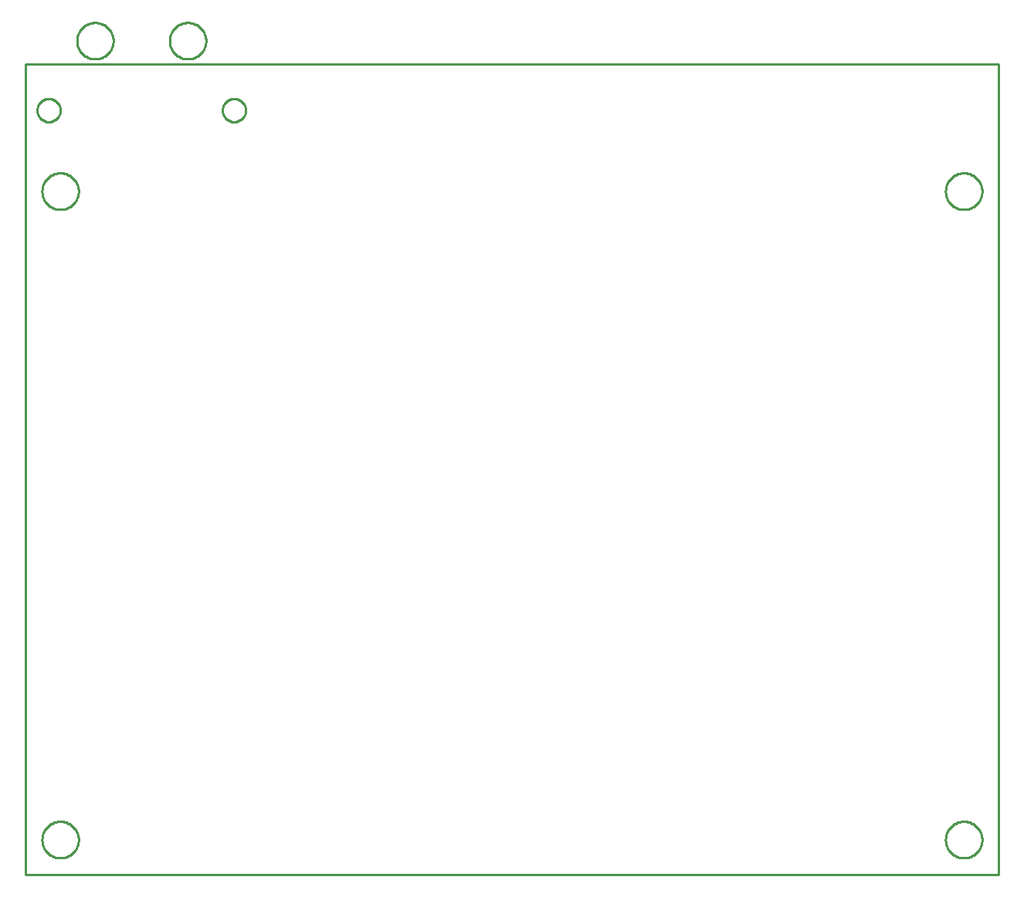
<source format=gbr>
G04 EAGLE Gerber RS-274X export*
G75*
%MOMM*%
%FSLAX34Y34*%
%LPD*%
%IN*%
%IPPOS*%
%AMOC8*
5,1,8,0,0,1.08239X$1,22.5*%
G01*
%ADD10C,0.254000*%


D10*
X0Y0D02*
X1066600Y0D01*
X1066800Y889000D01*
X0Y889000D01*
X0Y0D01*
X58100Y748696D02*
X58027Y747489D01*
X57881Y746289D01*
X57663Y745100D01*
X57374Y743927D01*
X57015Y742773D01*
X56586Y741643D01*
X56090Y740541D01*
X55528Y739470D01*
X54903Y738436D01*
X54216Y737441D01*
X53471Y736490D01*
X52669Y735585D01*
X51815Y734731D01*
X50910Y733929D01*
X49959Y733184D01*
X48964Y732497D01*
X47930Y731872D01*
X46859Y731310D01*
X45757Y730814D01*
X44627Y730385D01*
X43473Y730026D01*
X42300Y729737D01*
X41111Y729519D01*
X39911Y729373D01*
X38704Y729300D01*
X37496Y729300D01*
X36289Y729373D01*
X35089Y729519D01*
X33900Y729737D01*
X32727Y730026D01*
X31573Y730385D01*
X30443Y730814D01*
X29341Y731310D01*
X28270Y731872D01*
X27236Y732497D01*
X26241Y733184D01*
X25290Y733929D01*
X24385Y734731D01*
X23531Y735585D01*
X22729Y736490D01*
X21984Y737441D01*
X21297Y738436D01*
X20672Y739470D01*
X20110Y740541D01*
X19614Y741643D01*
X19185Y742773D01*
X18826Y743927D01*
X18537Y745100D01*
X18319Y746289D01*
X18173Y747489D01*
X18100Y748696D01*
X18100Y749904D01*
X18173Y751111D01*
X18319Y752311D01*
X18537Y753500D01*
X18826Y754673D01*
X19185Y755827D01*
X19614Y756957D01*
X20110Y758059D01*
X20672Y759130D01*
X21297Y760164D01*
X21984Y761159D01*
X22729Y762110D01*
X23531Y763015D01*
X24385Y763869D01*
X25290Y764671D01*
X26241Y765416D01*
X27236Y766103D01*
X28270Y766728D01*
X29341Y767290D01*
X30443Y767786D01*
X31573Y768215D01*
X32727Y768574D01*
X33900Y768863D01*
X35089Y769081D01*
X36289Y769227D01*
X37496Y769300D01*
X38704Y769300D01*
X39911Y769227D01*
X41111Y769081D01*
X42300Y768863D01*
X43473Y768574D01*
X44627Y768215D01*
X45757Y767786D01*
X46859Y767290D01*
X47930Y766728D01*
X48964Y766103D01*
X49959Y765416D01*
X50910Y764671D01*
X51815Y763869D01*
X52669Y763015D01*
X53471Y762110D01*
X54216Y761159D01*
X54903Y760164D01*
X55528Y759130D01*
X56090Y758059D01*
X56586Y756957D01*
X57015Y755827D01*
X57374Y754673D01*
X57663Y753500D01*
X57881Y752311D01*
X58027Y751111D01*
X58100Y749904D01*
X58100Y748696D01*
X58100Y37496D02*
X58027Y36289D01*
X57881Y35089D01*
X57663Y33900D01*
X57374Y32727D01*
X57015Y31573D01*
X56586Y30443D01*
X56090Y29341D01*
X55528Y28270D01*
X54903Y27236D01*
X54216Y26241D01*
X53471Y25290D01*
X52669Y24385D01*
X51815Y23531D01*
X50910Y22729D01*
X49959Y21984D01*
X48964Y21297D01*
X47930Y20672D01*
X46859Y20110D01*
X45757Y19614D01*
X44627Y19185D01*
X43473Y18826D01*
X42300Y18537D01*
X41111Y18319D01*
X39911Y18173D01*
X38704Y18100D01*
X37496Y18100D01*
X36289Y18173D01*
X35089Y18319D01*
X33900Y18537D01*
X32727Y18826D01*
X31573Y19185D01*
X30443Y19614D01*
X29341Y20110D01*
X28270Y20672D01*
X27236Y21297D01*
X26241Y21984D01*
X25290Y22729D01*
X24385Y23531D01*
X23531Y24385D01*
X22729Y25290D01*
X21984Y26241D01*
X21297Y27236D01*
X20672Y28270D01*
X20110Y29341D01*
X19614Y30443D01*
X19185Y31573D01*
X18826Y32727D01*
X18537Y33900D01*
X18319Y35089D01*
X18173Y36289D01*
X18100Y37496D01*
X18100Y38704D01*
X18173Y39911D01*
X18319Y41111D01*
X18537Y42300D01*
X18826Y43473D01*
X19185Y44627D01*
X19614Y45757D01*
X20110Y46859D01*
X20672Y47930D01*
X21297Y48964D01*
X21984Y49959D01*
X22729Y50910D01*
X23531Y51815D01*
X24385Y52669D01*
X25290Y53471D01*
X26241Y54216D01*
X27236Y54903D01*
X28270Y55528D01*
X29341Y56090D01*
X30443Y56586D01*
X31573Y57015D01*
X32727Y57374D01*
X33900Y57663D01*
X35089Y57881D01*
X36289Y58027D01*
X37496Y58100D01*
X38704Y58100D01*
X39911Y58027D01*
X41111Y57881D01*
X42300Y57663D01*
X43473Y57374D01*
X44627Y57015D01*
X45757Y56586D01*
X46859Y56090D01*
X47930Y55528D01*
X48964Y54903D01*
X49959Y54216D01*
X50910Y53471D01*
X51815Y52669D01*
X52669Y51815D01*
X53471Y50910D01*
X54216Y49959D01*
X54903Y48964D01*
X55528Y47930D01*
X56090Y46859D01*
X56586Y45757D01*
X57015Y44627D01*
X57374Y43473D01*
X57663Y42300D01*
X57881Y41111D01*
X58027Y39911D01*
X58100Y38704D01*
X58100Y37496D01*
X1048700Y37496D02*
X1048627Y36289D01*
X1048481Y35089D01*
X1048263Y33900D01*
X1047974Y32727D01*
X1047615Y31573D01*
X1047186Y30443D01*
X1046690Y29341D01*
X1046128Y28270D01*
X1045503Y27236D01*
X1044816Y26241D01*
X1044071Y25290D01*
X1043269Y24385D01*
X1042415Y23531D01*
X1041510Y22729D01*
X1040559Y21984D01*
X1039564Y21297D01*
X1038530Y20672D01*
X1037459Y20110D01*
X1036357Y19614D01*
X1035227Y19185D01*
X1034073Y18826D01*
X1032900Y18537D01*
X1031711Y18319D01*
X1030511Y18173D01*
X1029304Y18100D01*
X1028096Y18100D01*
X1026889Y18173D01*
X1025689Y18319D01*
X1024500Y18537D01*
X1023327Y18826D01*
X1022173Y19185D01*
X1021043Y19614D01*
X1019941Y20110D01*
X1018870Y20672D01*
X1017836Y21297D01*
X1016841Y21984D01*
X1015890Y22729D01*
X1014985Y23531D01*
X1014131Y24385D01*
X1013329Y25290D01*
X1012584Y26241D01*
X1011897Y27236D01*
X1011272Y28270D01*
X1010710Y29341D01*
X1010214Y30443D01*
X1009785Y31573D01*
X1009426Y32727D01*
X1009137Y33900D01*
X1008919Y35089D01*
X1008773Y36289D01*
X1008700Y37496D01*
X1008700Y38704D01*
X1008773Y39911D01*
X1008919Y41111D01*
X1009137Y42300D01*
X1009426Y43473D01*
X1009785Y44627D01*
X1010214Y45757D01*
X1010710Y46859D01*
X1011272Y47930D01*
X1011897Y48964D01*
X1012584Y49959D01*
X1013329Y50910D01*
X1014131Y51815D01*
X1014985Y52669D01*
X1015890Y53471D01*
X1016841Y54216D01*
X1017836Y54903D01*
X1018870Y55528D01*
X1019941Y56090D01*
X1021043Y56586D01*
X1022173Y57015D01*
X1023327Y57374D01*
X1024500Y57663D01*
X1025689Y57881D01*
X1026889Y58027D01*
X1028096Y58100D01*
X1029304Y58100D01*
X1030511Y58027D01*
X1031711Y57881D01*
X1032900Y57663D01*
X1034073Y57374D01*
X1035227Y57015D01*
X1036357Y56586D01*
X1037459Y56090D01*
X1038530Y55528D01*
X1039564Y54903D01*
X1040559Y54216D01*
X1041510Y53471D01*
X1042415Y52669D01*
X1043269Y51815D01*
X1044071Y50910D01*
X1044816Y49959D01*
X1045503Y48964D01*
X1046128Y47930D01*
X1046690Y46859D01*
X1047186Y45757D01*
X1047615Y44627D01*
X1047974Y43473D01*
X1048263Y42300D01*
X1048481Y41111D01*
X1048627Y39911D01*
X1048700Y38704D01*
X1048700Y37496D01*
X1048700Y748696D02*
X1048627Y747489D01*
X1048481Y746289D01*
X1048263Y745100D01*
X1047974Y743927D01*
X1047615Y742773D01*
X1047186Y741643D01*
X1046690Y740541D01*
X1046128Y739470D01*
X1045503Y738436D01*
X1044816Y737441D01*
X1044071Y736490D01*
X1043269Y735585D01*
X1042415Y734731D01*
X1041510Y733929D01*
X1040559Y733184D01*
X1039564Y732497D01*
X1038530Y731872D01*
X1037459Y731310D01*
X1036357Y730814D01*
X1035227Y730385D01*
X1034073Y730026D01*
X1032900Y729737D01*
X1031711Y729519D01*
X1030511Y729373D01*
X1029304Y729300D01*
X1028096Y729300D01*
X1026889Y729373D01*
X1025689Y729519D01*
X1024500Y729737D01*
X1023327Y730026D01*
X1022173Y730385D01*
X1021043Y730814D01*
X1019941Y731310D01*
X1018870Y731872D01*
X1017836Y732497D01*
X1016841Y733184D01*
X1015890Y733929D01*
X1014985Y734731D01*
X1014131Y735585D01*
X1013329Y736490D01*
X1012584Y737441D01*
X1011897Y738436D01*
X1011272Y739470D01*
X1010710Y740541D01*
X1010214Y741643D01*
X1009785Y742773D01*
X1009426Y743927D01*
X1009137Y745100D01*
X1008919Y746289D01*
X1008773Y747489D01*
X1008700Y748696D01*
X1008700Y749904D01*
X1008773Y751111D01*
X1008919Y752311D01*
X1009137Y753500D01*
X1009426Y754673D01*
X1009785Y755827D01*
X1010214Y756957D01*
X1010710Y758059D01*
X1011272Y759130D01*
X1011897Y760164D01*
X1012584Y761159D01*
X1013329Y762110D01*
X1014131Y763015D01*
X1014985Y763869D01*
X1015890Y764671D01*
X1016841Y765416D01*
X1017836Y766103D01*
X1018870Y766728D01*
X1019941Y767290D01*
X1021043Y767786D01*
X1022173Y768215D01*
X1023327Y768574D01*
X1024500Y768863D01*
X1025689Y769081D01*
X1026889Y769227D01*
X1028096Y769300D01*
X1029304Y769300D01*
X1030511Y769227D01*
X1031711Y769081D01*
X1032900Y768863D01*
X1034073Y768574D01*
X1035227Y768215D01*
X1036357Y767786D01*
X1037459Y767290D01*
X1038530Y766728D01*
X1039564Y766103D01*
X1040559Y765416D01*
X1041510Y764671D01*
X1042415Y763869D01*
X1043269Y763015D01*
X1044071Y762110D01*
X1044816Y761159D01*
X1045503Y760164D01*
X1046128Y759130D01*
X1046690Y758059D01*
X1047186Y756957D01*
X1047615Y755827D01*
X1047974Y754673D01*
X1048263Y753500D01*
X1048481Y752311D01*
X1048627Y751111D01*
X1048700Y749904D01*
X1048700Y748696D01*
X38100Y837701D02*
X38022Y836706D01*
X37866Y835720D01*
X37633Y834750D01*
X37324Y833801D01*
X36942Y832879D01*
X36489Y831990D01*
X35968Y831139D01*
X35381Y830331D01*
X34733Y829573D01*
X34027Y828867D01*
X33269Y828219D01*
X32461Y827632D01*
X31610Y827111D01*
X30721Y826658D01*
X29799Y826276D01*
X28850Y825967D01*
X27880Y825734D01*
X26894Y825578D01*
X25899Y825500D01*
X24901Y825500D01*
X23906Y825578D01*
X22920Y825734D01*
X21950Y825967D01*
X21001Y826276D01*
X20079Y826658D01*
X19190Y827111D01*
X18339Y827632D01*
X17531Y828219D01*
X16773Y828867D01*
X16067Y829573D01*
X15419Y830331D01*
X14832Y831139D01*
X14311Y831990D01*
X13858Y832879D01*
X13476Y833801D01*
X13167Y834750D01*
X12934Y835720D01*
X12778Y836706D01*
X12700Y837701D01*
X12700Y838699D01*
X12778Y839694D01*
X12934Y840680D01*
X13167Y841650D01*
X13476Y842599D01*
X13858Y843521D01*
X14311Y844410D01*
X14832Y845261D01*
X15419Y846069D01*
X16067Y846827D01*
X16773Y847533D01*
X17531Y848181D01*
X18339Y848768D01*
X19190Y849289D01*
X20079Y849742D01*
X21001Y850124D01*
X21950Y850433D01*
X22920Y850666D01*
X23906Y850822D01*
X24901Y850900D01*
X25899Y850900D01*
X26894Y850822D01*
X27880Y850666D01*
X28850Y850433D01*
X29799Y850124D01*
X30721Y849742D01*
X31610Y849289D01*
X32461Y848768D01*
X33269Y848181D01*
X34027Y847533D01*
X34733Y846827D01*
X35381Y846069D01*
X35968Y845261D01*
X36489Y844410D01*
X36942Y843521D01*
X37324Y842599D01*
X37633Y841650D01*
X37866Y840680D01*
X38022Y839694D01*
X38100Y838699D01*
X38100Y837701D01*
X241300Y837701D02*
X241222Y836706D01*
X241066Y835720D01*
X240833Y834750D01*
X240524Y833801D01*
X240142Y832879D01*
X239689Y831990D01*
X239168Y831139D01*
X238581Y830331D01*
X237933Y829573D01*
X237227Y828867D01*
X236469Y828219D01*
X235661Y827632D01*
X234810Y827111D01*
X233921Y826658D01*
X232999Y826276D01*
X232050Y825967D01*
X231080Y825734D01*
X230094Y825578D01*
X229099Y825500D01*
X228101Y825500D01*
X227106Y825578D01*
X226120Y825734D01*
X225150Y825967D01*
X224201Y826276D01*
X223279Y826658D01*
X222390Y827111D01*
X221539Y827632D01*
X220731Y828219D01*
X219973Y828867D01*
X219267Y829573D01*
X218619Y830331D01*
X218032Y831139D01*
X217511Y831990D01*
X217058Y832879D01*
X216676Y833801D01*
X216367Y834750D01*
X216134Y835720D01*
X215978Y836706D01*
X215900Y837701D01*
X215900Y838699D01*
X215978Y839694D01*
X216134Y840680D01*
X216367Y841650D01*
X216676Y842599D01*
X217058Y843521D01*
X217511Y844410D01*
X218032Y845261D01*
X218619Y846069D01*
X219267Y846827D01*
X219973Y847533D01*
X220731Y848181D01*
X221539Y848768D01*
X222390Y849289D01*
X223279Y849742D01*
X224201Y850124D01*
X225150Y850433D01*
X226120Y850666D01*
X227106Y850822D01*
X228101Y850900D01*
X229099Y850900D01*
X230094Y850822D01*
X231080Y850666D01*
X232050Y850433D01*
X232999Y850124D01*
X233921Y849742D01*
X234810Y849289D01*
X235661Y848768D01*
X236469Y848181D01*
X237227Y847533D01*
X237933Y846827D01*
X238581Y846069D01*
X239168Y845261D01*
X239689Y844410D01*
X240142Y843521D01*
X240524Y842599D01*
X240833Y841650D01*
X241066Y840680D01*
X241222Y839694D01*
X241300Y838699D01*
X241300Y837701D01*
X96139Y913798D02*
X96066Y912595D01*
X95921Y911399D01*
X95704Y910213D01*
X95415Y909043D01*
X95057Y907893D01*
X94630Y906766D01*
X94135Y905667D01*
X93575Y904600D01*
X92952Y903569D01*
X92267Y902578D01*
X91524Y901629D01*
X90725Y900727D01*
X89873Y899875D01*
X88971Y899076D01*
X88023Y898333D01*
X87031Y897648D01*
X86000Y897025D01*
X84933Y896465D01*
X83834Y895970D01*
X82707Y895543D01*
X81557Y895185D01*
X80387Y894896D01*
X79201Y894679D01*
X78005Y894534D01*
X76803Y894461D01*
X75598Y894461D01*
X74395Y894534D01*
X73199Y894679D01*
X72013Y894896D01*
X70843Y895185D01*
X69693Y895543D01*
X68566Y895970D01*
X67467Y896465D01*
X66400Y897025D01*
X65369Y897648D01*
X64378Y898333D01*
X63429Y899076D01*
X62527Y899875D01*
X61675Y900727D01*
X60876Y901629D01*
X60133Y902578D01*
X59448Y903569D01*
X58825Y904600D01*
X58265Y905667D01*
X57770Y906766D01*
X57343Y907893D01*
X56985Y909043D01*
X56696Y910213D01*
X56479Y911399D01*
X56334Y912595D01*
X56261Y913798D01*
X56261Y915003D01*
X56334Y916205D01*
X56479Y917401D01*
X56696Y918587D01*
X56985Y919757D01*
X57343Y920907D01*
X57770Y922034D01*
X58265Y923133D01*
X58825Y924200D01*
X59448Y925231D01*
X60133Y926223D01*
X60876Y927171D01*
X61675Y928073D01*
X62527Y928925D01*
X63429Y929724D01*
X64378Y930467D01*
X65369Y931152D01*
X66400Y931775D01*
X67467Y932335D01*
X68566Y932830D01*
X69693Y933257D01*
X70843Y933615D01*
X72013Y933904D01*
X73199Y934121D01*
X74395Y934266D01*
X75598Y934339D01*
X76803Y934339D01*
X78005Y934266D01*
X79201Y934121D01*
X80387Y933904D01*
X81557Y933615D01*
X82707Y933257D01*
X83834Y932830D01*
X84933Y932335D01*
X86000Y931775D01*
X87031Y931152D01*
X88023Y930467D01*
X88971Y929724D01*
X89873Y928925D01*
X90725Y928073D01*
X91524Y927171D01*
X92267Y926223D01*
X92952Y925231D01*
X93575Y924200D01*
X94135Y923133D01*
X94630Y922034D01*
X95057Y920907D01*
X95415Y919757D01*
X95704Y918587D01*
X95921Y917401D01*
X96066Y916205D01*
X96139Y915003D01*
X96139Y913798D01*
X197739Y913798D02*
X197666Y912595D01*
X197521Y911399D01*
X197304Y910213D01*
X197015Y909043D01*
X196657Y907893D01*
X196230Y906766D01*
X195735Y905667D01*
X195175Y904600D01*
X194552Y903569D01*
X193867Y902578D01*
X193124Y901629D01*
X192325Y900727D01*
X191473Y899875D01*
X190571Y899076D01*
X189623Y898333D01*
X188631Y897648D01*
X187600Y897025D01*
X186533Y896465D01*
X185434Y895970D01*
X184307Y895543D01*
X183157Y895185D01*
X181987Y894896D01*
X180801Y894679D01*
X179605Y894534D01*
X178403Y894461D01*
X177198Y894461D01*
X175995Y894534D01*
X174799Y894679D01*
X173613Y894896D01*
X172443Y895185D01*
X171293Y895543D01*
X170166Y895970D01*
X169067Y896465D01*
X168000Y897025D01*
X166969Y897648D01*
X165978Y898333D01*
X165029Y899076D01*
X164127Y899875D01*
X163275Y900727D01*
X162476Y901629D01*
X161733Y902578D01*
X161048Y903569D01*
X160425Y904600D01*
X159865Y905667D01*
X159370Y906766D01*
X158943Y907893D01*
X158585Y909043D01*
X158296Y910213D01*
X158079Y911399D01*
X157934Y912595D01*
X157861Y913798D01*
X157861Y915003D01*
X157934Y916205D01*
X158079Y917401D01*
X158296Y918587D01*
X158585Y919757D01*
X158943Y920907D01*
X159370Y922034D01*
X159865Y923133D01*
X160425Y924200D01*
X161048Y925231D01*
X161733Y926223D01*
X162476Y927171D01*
X163275Y928073D01*
X164127Y928925D01*
X165029Y929724D01*
X165978Y930467D01*
X166969Y931152D01*
X168000Y931775D01*
X169067Y932335D01*
X170166Y932830D01*
X171293Y933257D01*
X172443Y933615D01*
X173613Y933904D01*
X174799Y934121D01*
X175995Y934266D01*
X177198Y934339D01*
X178403Y934339D01*
X179605Y934266D01*
X180801Y934121D01*
X181987Y933904D01*
X183157Y933615D01*
X184307Y933257D01*
X185434Y932830D01*
X186533Y932335D01*
X187600Y931775D01*
X188631Y931152D01*
X189623Y930467D01*
X190571Y929724D01*
X191473Y928925D01*
X192325Y928073D01*
X193124Y927171D01*
X193867Y926223D01*
X194552Y925231D01*
X195175Y924200D01*
X195735Y923133D01*
X196230Y922034D01*
X196657Y920907D01*
X197015Y919757D01*
X197304Y918587D01*
X197521Y917401D01*
X197666Y916205D01*
X197739Y915003D01*
X197739Y913798D01*
M02*

</source>
